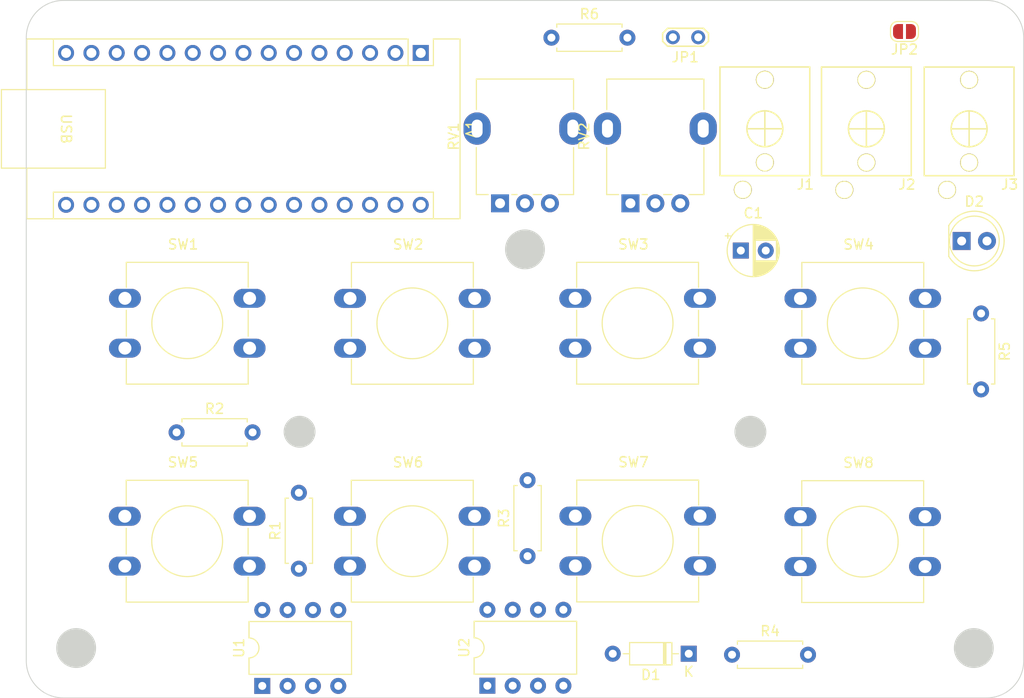
<source format=kicad_pcb>
(kicad_pcb (version 20240108) (generator "pcbnew") (generator_version "8.0")
  (layers (0 "F.Cu" signal) (31 "B.Cu" signal) (34 "B.Paste" user) (35 "F.Paste" user) (36 "B.SilkS" user "B.Silkscreen") (37 "F.SilkS" user "F.Silkscreen") (38 "B.Mask" user) (39 "F.Mask" user) (44 "Edge.Cuts" user))
  (net 0 "")
  (net 1 "SDI")
  (net 2 "RX")
  (net 3 "TX")
  (net 4 "GND")
  (net 5 "SW_7")
  (net 6 "SCK")
  (net 9 "SW_2")
  (net 10 "POT_2")
  (net 11 "SW_6")
  (net 18 "CLOCK_OUT")
  (net 19 "SW_3")
  (net 21 "SW_8")
  (net 22 "+5V")
  (net 23 "SW_1")
  (net 25 "SW_5")
  (net 26 "CS")
  (net 27 "POT_1")
  (net 29 "SW_4")
  (net 30 "Net-(C1-Pad1)")
  (net 31 "Net-(JP1-A)")
  (net 32 "Net-(D1-K)")
  (net 33 "Net-(D1-A)")
  (net 34 "Net-(D2-A)")
  (net 35 "Net-(D2-K)")
  (net 36 "Net-(JP1-B)")
  (net 38 "Net-(JP2-A)")
  (net 39 "Net-(J3-Pad3)")
  (net 40 "OUT")
  (footprint "Button_Switch_THT:SW_PUSH-12mm" (layer "F.Cu") (at 109.89 79.91)
    (property "Reference" "SW1" (at 5.83 -5.41 0) (layer "F.SilkS"))
    (property "Value" "12x12 Tactile")
    (pad "1" thru_hole oval (at 0 0) (size 3.2 1.9) (drill 1.3) (layers "*.Cu" "*.Mask") (net 4 "GND"))
    (pad "1" thru_hole oval (at 12.5 0) (size 3.2 1.9) (drill 1.3) (layers "*.Cu" "*.Mask") (net 4 "GND"))
    (pad "2" thru_hole oval (at 0 5) (size 3.2 1.9) (drill 1.3) (layers "*.Cu" "*.Mask") (net 23 "SW_1"))
    (pad "2" thru_hole oval (at 12.5 5) (size 3.2 1.9) (drill 1.3) (layers "*.Cu" "*.Mask") (net 23 "SW_1"))
  )
  (footprint "Resistor_THT:R_Axial_DIN0207_L6.3mm_D2.5mm_P7.62mm_Horizontal" (layer "F.Cu") (at 115.07 93.36)
    (property "Reference" "R2" (at 3.81 -2.37 0) (layer "F.SilkS"))
    (property "Value" "1K")
    (pad "1" thru_hole circle (at 0 0) (size 1.6 1.6) (drill 0.8) (layers "*.Cu" "*.Mask") (net 4 "GND"))
    (pad "2" thru_hole oval (at 7.62 0) (size 1.6 1.6) (drill 0.8) (layers "*.Cu" "*.Mask") (net 40 "OUT"))
  )
  (footprint "Resistor_THT:R_Axial_DIN0207_L6.3mm_D2.5mm_P7.62mm_Horizontal" (layer "F.Cu") (at 150.26 105.78 90)
    (property "Reference" "R3" (at 3.81 -2.37 90) (layer "F.SilkS"))
    (property "Value" "10K")
    (pad "1" thru_hole circle (at 0 0 90) (size 1.6 1.6) (drill 0.8) (layers "*.Cu" "*.Mask") (net 2 "RX"))
    (pad "2" thru_hole oval (at 7.62 0 90) (size 1.6 1.6) (drill 0.8) (layers "*.Cu" "*.Mask") (net 22 "+5V"))
  )
  (footprint "Jumper:SolderJumper-2_P1.3mm_Open_RoundedPad1.0x1.5mm" (layer "F.Cu") (at 188.05 53.14 180)
    (property "Reference" "JP2" (at 0 -1.8 0) (layer "F.SilkS"))
    (property "Value" "Jumper")
    (pad "1" smd custom (at -0.65 0 180) (size 1 0.5) (layers "F.Cu" "F.Mask") (net 38 "Net-(JP2-A)") (options (clearance outline) (anchor rect)) (primitives (gr_circle (center 0 0.25) (end 0.5 0.25) (width 0) (fill yes)) (gr_circle (center 0 -0.25) (end 0.5 -0.25) (width 0) (fill yes)) (gr_poly (pts (xy 0.5 0.75) (xy 0 0.75) (xy 0 -0.75) (xy 0.5 -0.75)) (width 0) (fill yes))))
    (pad "2" smd custom (at 0.65 0 180) (size 1 0.5) (layers "F.Cu" "F.Mask") (net 4 "GND") (options (clearance outline) (anchor rect)) (primitives (gr_circle (center 0 0.25) (end 0.5 0.25) (width 0) (fill yes)) (gr_circle (center 0 -0.25) (end 0.5 -0.25) (width 0) (fill yes)) (gr_poly (pts (xy 0 0.75) (xy -0.5 0.75) (xy -0.5 -0.75) (xy 0 -0.75)) (width 0) (fill yes))))
  )
  (footprint "Button_Switch_THT:SW_PUSH-12mm" (layer "F.Cu") (at 177.62 79.92)
    (property "Reference" "SW4" (at 5.83 -5.41 0) (layer "F.SilkS"))
    (property "Value" "12x12 Tactile")
    (pad "1" thru_hole oval (at 0 0) (size 3.2 1.9) (drill 1.3) (layers "*.Cu" "*.Mask") (net 4 "GND"))
    (pad "1" thru_hole oval (at 12.5 0) (size 3.2 1.9) (drill 1.3) (layers "*.Cu" "*.Mask") (net 4 "GND"))
    (pad "2" thru_hole oval (at 0 5) (size 3.2 1.9) (drill 1.3) (layers "*.Cu" "*.Mask") (net 29 "SW_4"))
    (pad "2" thru_hole oval (at 12.5 5) (size 3.2 1.9) (drill 1.3) (layers "*.Cu" "*.Mask") (net 29 "SW_4"))
  )
  (footprint "Eurocad:PJ301M-12" (layer "F.Cu") (at 194.53 62.9068)
    (property "Reference" "J3" (at 4.064 5.588 0) (layer "F.SilkS"))
    (property "Value" "PJ301M-12")
    (pad "1" thru_hole circle (at -2.2098 6.1214) (size 1.8 1.8) (drill 1.6) (layers "*.Cu" "*.Mask" "F.SilkS") (net 38 "Net-(JP2-A)"))
    (pad "2" thru_hole circle (at 0 3.38) (size 1.8 1.8) (drill 1.6) (layers "*.Cu" "*.Mask" "F.SilkS") (net 33 "Net-(D1-A)"))
    (pad "3" thru_hole circle (at 0 -4.92) (size 1.8 1.8) (drill 1.6) (layers "*.Cu" "*.Mask" "F.SilkS") (net 39 "Net-(J3-Pad3)"))
  )
  (footprint "Resistor_THT:R_Axial_DIN0207_L6.3mm_D2.5mm_P7.62mm_Horizontal" (layer "F.Cu") (at 127.33 107.04 90)
    (property "Reference" "R1" (at 3.81 -2.37 90) (layer "F.SilkS"))
    (property "Value" "1K")
    (pad "1" thru_hole circle (at 0 0 90) (size 1.6 1.6) (drill 0.8) (layers "*.Cu" "*.Mask") (net 40 "OUT"))
    (pad "2" thru_hole oval (at 7.62 0 90) (size 1.6 1.6) (drill 0.8) (layers "*.Cu" "*.Mask") (net 30 "Net-(C1-Pad1)"))
  )
  (footprint "Resistor_THT:R_Axial_DIN0207_L6.3mm_D2.5mm_P7.62mm_Horizontal" (layer "F.Cu") (at 152.65 53.76)
    (property "Reference" "R6" (at 3.81 -2.37 0) (layer "F.SilkS"))
    (property "Value" "1K")
    (pad "1" thru_hole circle (at 0 0) (size 1.6 1.6) (drill 0.8) (layers "*.Cu" "*.Mask") (net 18 "CLOCK_OUT"))
    (pad "2" thru_hole oval (at 7.62 0) (size 1.6 1.6) (drill 0.8) (layers "*.Cu" "*.Mask") (net 34 "Net-(D2-A)"))
  )
  (footprint "Resistor_THT:R_Axial_DIN0207_L6.3mm_D2.5mm_P7.62mm_Horizontal" (layer "F.Cu") (at 195.73 81.43 -90)
    (property "Reference" "R5" (at 3.81 -2.37 90) (layer "F.SilkS"))
    (property "Value" "1K")
    (pad "1" thru_hole circle (at 0 0 270) (size 1.6 1.6) (drill 0.8) (layers "*.Cu" "*.Mask") (net 35 "Net-(D2-K)"))
    (pad "2" thru_hole oval (at 7.62 0 270) (size 1.6 1.6) (drill 0.8) (layers "*.Cu" "*.Mask") (net 4 "GND"))
  )
  (footprint "LED_THT:LED_D5.0mm" (layer "F.Cu") (at 193.78 74.16)
    (property "Reference" "D2" (at 1.27 -3.96 0) (layer "F.SilkS"))
    (property "Value" "LED")
    (pad "1" thru_hole rect (at 0 0) (size 1.8 1.8) (drill 0.9) (layers "*.Cu" "*.Mask") (net 35 "Net-(D2-K)"))
    (pad "2" thru_hole circle (at 2.54 0) (size 1.8 1.8) (drill 0.9) (layers "*.Cu" "*.Mask") (net 34 "Net-(D2-A)"))
  )
  (footprint "Button_Switch_THT:SW_PUSH-12mm" (layer "F.Cu") (at 132.46 79.92)
    (property "Reference" "SW2" (at 5.83 -5.41 0) (layer "F.SilkS"))
    (property "Value" "12x12 Tactile")
    (pad "1" thru_hole oval (at 0 0) (size 3.2 1.9) (drill 1.3) (layers "*.Cu" "*.Mask") (net 4 "GND"))
    (pad "1" thru_hole oval (at 12.5 0) (size 3.2 1.9) (drill 1.3) (layers "*.Cu" "*.Mask") (net 4 "GND"))
    (pad "2" thru_hole oval (at 0 5) (size 3.2 1.9) (drill 1.3) (layers "*.Cu" "*.Mask") (net 9 "SW_2"))
    (pad "2" thru_hole oval (at 12.5 5) (size 3.2 1.9) (drill 1.3) (layers "*.Cu" "*.Mask") (net 9 "SW_2"))
  )
  (footprint "Potentiometer_THT:Potentiometer_Alpha_RD901F-40-00D_Single_Vertical" (layer "F.Cu") (at 160.57 70.38 90)
    (property "Reference" "RV2" (at 6.71 -4.64 90) (layer "F.SilkS"))
    (property "Value" "B100K")
    (pad "" thru_hole oval (at 7.5 -2.3 180) (size 2.72 3.24) (drill oval 1.1 1.8) (layers "*.Cu" "*.Mask"))
    (pad "" thru_hole oval (at 7.5 7.3 180) (size 2.72 3.24) (drill oval 1.1 1.8) (layers "*.Cu" "*.Mask"))
    (pad "1" thru_hole rect (at 0 0 180) (size 1.8 1.8) (drill 1) (layers "*.Cu" "*.Mask") (net 4 "GND"))
    (pad "2" thru_hole circle (at 0 2.5 180) (size 1.8 1.8) (drill 1) (layers "*.Cu" "*.Mask") (net 10 "POT_2"))
    (pad "3" thru_hole circle (at 0 5 180) (size 1.8 1.8) (drill 1) (layers "*.Cu" "*.Mask") (net 22 "+5V"))
  )
  (footprint "Package_DIP:DIP-8_W7.62mm" (layer "F.Cu") (at 146.23 118.78 90)
    (property "Reference" "U2" (at 3.81 -2.33 90) (layer "F.SilkS"))
    (property "Value" "6N137")
    (pad "1" thru_hole rect (at 0 0 90) (size 1.6 1.6) (drill 0.8) (layers "*.Cu" "*.Mask"))
    (pad "2" thru_hole oval (at 0 2.54 90) (size 1.6 1.6) (drill 0.8) (layers "*.Cu" "*.Mask") (net 32 "Net-(D1-K)"))
    (pad "3" thru_hole oval (at 0 5.08 90) (size 1.6 1.6) (drill 0.8) (layers "*.Cu" "*.Mask") (net 33 "Net-(D1-A)"))
    (pad "4" thru_hole oval (at 0 7.62 90) (size 1.6 1.6) (drill 0.8) (layers "*.Cu" "*.Mask"))
    (pad "5" thru_hole oval (at 7.62 7.62 90) (size 1.6 1.6) (drill 0.8) (layers "*.Cu" "*.Mask") (net 4 "GND"))
    (pad "6" thru_hole oval (at 7.62 5.08 90) (size 1.6 1.6) (drill 0.8) (layers "*.Cu" "*.Mask") (net 2 "RX"))
    (pad "7" thru_hole oval (at 7.62 2.54 90) (size 1.6 1.6) (drill 0.8) (layers "*.Cu" "*.Mask") (net 22 "+5V"))
    (pad "8" thru_hole oval (at 7.62 0 90) (size 1.6 1.6) (drill 0.8) (layers "*.Cu" "*.Mask") (net 22 "+5V"))
  )
  (footprint "Potentiometer_THT:Potentiometer_Alpha_RD901F-40-00D_Single_Vertical" (layer "F.Cu") (at 147.5 70.38 90)
    (property "Reference" "RV1" (at 6.71 -4.64 90) (layer "F.SilkS"))
    (property "Value" "B100K")
    (pad "" thru_hole oval (at 7.5 -2.3 180) (size 2.72 3.24) (drill oval 1.1 1.8) (layers "*.Cu" "*.Mask"))
    (pad "" thru_hole oval (at 7.5 7.3 180) (size 2.72 3.24) (drill oval 1.1 1.8) (layers "*.Cu" "*.Mask"))
    (pad "1" thru_hole rect (at 0 0 180) (size 1.8 1.8) (drill 1) (layers "*.Cu" "*.Mask") (net 4 "GND"))
    (pad "2" thru_hole circle (at 0 2.5 180) (size 1.8 1.8) (drill 1) (layers "*.Cu" "*.Mask") (net 27 "POT_1"))
    (pad "3" thru_hole circle (at 0 5 180) (size 1.8 1.8) (drill 1) (layers "*.Cu" "*.Mask") (net 22 "+5V"))
  )
  (footprint "Eurocad:PJ301M-12" (layer "F.Cu") (at 174.05 62.9)
    (property "Reference" "J1" (at 4.064 5.588 0) (layer "F.SilkS"))
    (property "Value" "PJ301M-12")
    (pad "1" thru_hole circle (at -2.2098 6.1214) (size 1.8 1.8) (drill 1.6) (layers "*.Cu" "*.Mask" "F.SilkS") (net 4 "GND"))
    (pad "2" thru_hole circle (at 0 3.38) (size 1.8 1.8) (drill 1.6) (layers "*.Cu" "*.Mask" "F.SilkS") (net 36 "Net-(JP1-B)"))
    (pad "3" thru_hole circle (at 0 -4.92) (size 1.8 1.8) (drill 1.6) (layers "*.Cu" "*.Mask" "F.SilkS") (net 31 "Net-(JP1-A)"))
  )
  (footprint "Button_Switch_THT:SW_PUSH-12mm" (layer "F.Cu") (at 132.45 101.78)
    (property "Reference" "SW6" (at 5.83 -5.41 0) (layer "F.SilkS"))
    (property "Value" "12x12 Tactile")
    (pad "1" thru_hole oval (at 0 0) (size 3.2 1.9) (drill 1.3) (layers "*.Cu" "*.Mask") (net 4 "GND"))
    (pad "1" thru_hole oval (at 12.5 0) (size 3.2 1.9) (drill 1.3) (layers "*.Cu" "*.Mask") (net 4 "GND"))
    (pad "2" thru_hole oval (at 0 5) (size 3.2 1.9) (drill 1.3) (layers "*.Cu" "*.Mask") (net 11 "SW_6"))
    (pad "2" thru_hole oval (at 12.5 5) (size 3.2 1.9) (drill 1.3) (layers "*.Cu" "*.Mask") (net 11 "SW_6"))
  )
  (footprint "Diode_THT:D_DO-35_SOD27_P7.62mm_Horizontal" (layer "F.Cu") (at 166.42 115.57 180)
    (property "Reference" "D1" (at 3.81 -2.12 0) (layer "F.SilkS"))
    (property "Value" "1N4148")
    (fp_text user "K" (at 0 -1.8 0) (layer "F.SilkS"))
    (pad "1" thru_hole rect (at 0 0 180) (size 1.6 1.6) (drill 0.8) (layers "*.Cu" "*.Mask") (net 32 "Net-(D1-K)"))
    (pad "2" thru_hole oval (at 7.62 0 180) (size 1.6 1.6) (drill 0.8) (layers "*.Cu" "*.Mask") (net 33 "Net-(D1-A)"))
  )
  (footprint "Eurocad:PJ301M-12" (layer "F.Cu") (at 184.23 62.9068)
    (property "Reference" "J2" (at 4.064 5.588 0) (layer "F.SilkS"))
    (property "Value" "PJ301M-12")
    (pad "1" thru_hole circle (at -2.2098 6.1214) (size 1.8 1.8) (drill 1.6) (layers "*.Cu" "*.Mask" "F.SilkS") (net 4 "GND"))
    (pad "2" thru_hole circle (at 0 3.38) (size 1.8 1.8) (drill 1.6) (layers "*.Cu" "*.Mask" "F.SilkS"))
    (pad "3" thru_hole circle (at 0 -4.92) (size 1.8 1.8) (drill 1.6) (layers "*.Cu" "*.Mask" "F.SilkS") (net 34 "Net-(D2-A)"))
  )
  (footprint "Resistor_THT:R_Axial_DIN0207_L6.3mm_D2.5mm_P7.62mm_Horizontal" (layer "F.Cu") (at 170.76 115.67)
    (property "Reference" "R4" (at 3.81 -2.37 0) (layer "F.SilkS"))
    (property "Value" "220R")
    (pad "1" thru_hole circle (at 0 0) (size 1.6 1.6) (drill 0.8) (layers "*.Cu" "*.Mask") (net 32 "Net-(D1-K)"))
    (pad "2" thru_hole oval (at 7.62 0) (size 1.6 1.6) (drill 0.8) (layers "*.Cu" "*.Mask") (net 39 "Net-(J3-Pad3)"))
  )
  (footprint "Button_Switch_THT:SW_PUSH-12mm" (layer "F.Cu") (at 109.88 101.78)
    (property "Reference" "SW5" (at 5.83 -5.41 0) (layer "F.SilkS"))
    (property "Value" "12x12 Tactile")
    (pad "1" thru_hole oval (at 0 0) (size 3.2 1.9) (drill 1.3) (layers "*.Cu" "*.Mask") (net 4 "GND"))
    (pad "1" thru_hole oval (at 12.5 0) (size 3.2 1.9) (drill 1.3) (layers "*.Cu" "*.Mask") (net 4 "GND"))
    (pad "2" thru_hole oval (at 0 5) (size 3.2 1.9) (drill 1.3) (layers "*.Cu" "*.Mask") (net 25 "SW_5"))
    (pad "2" thru_hole oval (at 12.5 5) (size 3.2 1.9) (drill 1.3) (layers "*.Cu" "*.Mask") (net 25 "SW_5"))
  )
  (footprint "Package_DIP:DIP-8_W7.62mm" (layer "F.Cu") (at 123.66 118.8 90)
    (property "Reference" "U1" (at 3.81 -2.33 90) (layer "F.SilkS"))
    (property "Value" "MCP4901")
    (pad "1" thru_hole rect (at 0 0 90) (size 1.6 1.6) (drill 0.8) (layers "*.Cu" "*.Mask") (net 22 "+5V"))
    (pad "2" thru_hole oval (at 0 2.54 90) (size 1.6 1.6) (drill 0.8) (layers "*.Cu" "*.Mask") (net 26 "CS"))
    (pad "3" thru_hole oval (at 0 5.08 90) (size 1.6 1.6) (drill 0.8) (layers "*.Cu" "*.Mask") (net 6 "SCK"))
    (pad "4" thru_hole oval (at 0 7.62 90) (size 1.6 1.6) (drill 0.8) (layers "*.Cu" "*.Mask") (net 1 "SDI"))
    (pad "5" thru_hole oval (at 7.62 7.62 90) (size 1.6 1.6) (drill 0.8) (layers "*.Cu" "*.Mask") (net 4 "GND"))
    (pad "6" thru_hole oval (at 7.62 5.08 90) (size 1.6 1.6) (drill 0.8) (layers "*.Cu" "*.Mask") (net 22 "+5V"))
    (pad "7" thru_hole oval (at 7.62 2.54 90) (size 1.6 1.6) (drill 0.8) (layers "*.Cu" "*.Mask") (net 4 "GND"))
    (pad "8" thru_hole oval (at 7.62 0 90) (size 1.6 1.6) (drill 0.8) (layers "*.Cu" "*.Mask") (net 40 "OUT"))
  )
  (footprint "Capacitor_THT:CP_Radial_D5.0mm_P2.50mm" (layer "F.Cu") (at 171.64 75.12)
    (property "Reference" "C1" (at 1.25 -3.75 0) (layer "F.SilkS"))
    (property "Value" "10u")
    (pad "1" thru_hole rect (at 0 0) (size 1.6 1.6) (drill 0.8) (layers "*.Cu" "*.Mask") (net 30 "Net-(C1-Pad1)"))
    (pad "2" thru_hole circle (at 2.5 0) (size 1.6 1.6) (drill 0.8) (layers "*.Cu" "*.Mask") (net 31 "Net-(JP1-A)"))
  )
  (footprint "Button_Switch_THT:SW_PUSH-12mm" (layer "F.Cu") (at 177.61 101.82)
    (property "Reference" "SW8" (at 5.83 -5.41 0) (layer "F.SilkS"))
    (property "Value" "12x12 Tactile")
    (pad "1" thru_hole oval (at 0 0) (size 3.2 1.9) (drill 1.3) (layers "*.Cu" "*.Mask") (net 4 "GND"))
    (pad "1" thru_hole oval (at 12.5 0) (size 3.2 1.9) (drill 1.3) (layers "*.Cu" "*.Mask") (net 4 "GND"))
    (pad "2" thru_hole oval (at 0 5) (size 3.2 1.9) (drill 1.3) (layers "*.Cu" "*.Mask") (net 21 "SW_8"))
    (pad "2" thru_hole oval (at 12.5 5) (size 3.2 1.9) (drill 1.3) (layers "*.Cu" "*.Mask") (net 21 "SW_8"))
  )
  (footprint "TestPoint:TestPoint_2Pads_Pitch2.54mm_Drill0.8mm" (layer "F.Cu") (at 167.37 53.72 180)
    (property "Reference" "JP1" (at 1.3 -2 0) (layer "F.SilkS"))
    (property "Value" "Jumper")
    (pad "1" thru_hole circle (at 0 0 180) (size 1.4 1.4) (drill 0.8) (layers "*.Cu" "*.Mask") (net 31 "Net-(JP1-A)"))
    (pad "2" thru_hole circle (at 2.54 0 180) (size 1.4 1.4) (drill 0.8) (layers "*.Cu" "*.Mask") (net 36 "Net-(JP1-B)"))
  )
  (footprint "Button_Switch_THT:SW_PUSH-12mm" (layer "F.Cu") (at 155.05 101.76)
    (property "Reference" "SW7" (at 5.83 -5.41 0) (layer "F.SilkS"))
    (property "Value" "12x12 Tactile")
    (pad "1" thru_hole oval (at 0 0) (size 3.2 1.9) (drill 1.3) (layers "*.Cu" "*.Mask") (net 4 "GND"))
    (pad "1" thru_hole oval (at 12.5 0) (size 3.2 1.9) (drill 1.3) (layers "*.Cu" "*.Mask") (net 4 "GND"))
    (pad "2" thru_hole oval (at 0 5) (size 3.2 1.9) (drill 1.3) (layers "*.Cu" "*.Mask") (net 5 "SW_7"))
    (pad "2" thru_hole oval (at 12.5 5) (size 3.2 1.9) (drill 1.3) (layers "*.Cu" "*.Mask") (net 5 "SW_7"))
  )
  (footprint "Button_Switch_THT:SW_PUSH-12mm" (layer "F.Cu") (at 155.04 79.91)
    (property "Reference" "SW3" (at 5.83 -5.41 0) (layer "F.SilkS"))
    (property "Value" "12x12 Tactile")
    (pad "1" thru_hole oval (at 0 0) (size 3.2 1.9) (drill 1.3) (layers "*.Cu" "*.Mask") (net 4 "GND"))
    (pad "1" thru_hole oval (at 12.5 0) (size 3.2 1.9) (drill 1.3) (layers "*.Cu" "*.Mask") (net 4 "GND"))
    (pad "2" thru_hole oval (at 0 5) (size 3.2 1.9) (drill 1.3) (layers "*.Cu" "*.Mask") (net 19 "SW_3"))
    (pad "2" thru_hole oval (at 12.5 5) (size 3.2 1.9) (drill 1.3) (layers "*.Cu" "*.Mask") (net 19 "SW_3"))
  )
  (footprint "Module:Arduino_Nano" (layer "F.Cu") (at 139.55 55.29 -90)
    (property "Reference" "A1" (at 7.62 -5.08 90) (layer "F.SilkS"))
    (property "Value" "Arduino_Nano_v3.x")
    (fp_text user "USB" (at 7.62 35.56 -90) (layer "F.SilkS"))
    (pad "1" thru_hole rect (at 0 0 270) (size 1.6 1.6) (drill 1) (layers "*.Cu" "*.Mask") (net 3 "TX"))
    (pad "2" thru_hole oval (at 0 2.54 270) (size 1.6 1.6) (drill 1) (layers "*.Cu" "*.Mask") (net 2 "RX"))
    (pad "3" thru_hole oval (at 0 5.08 270) (size 1.6 1.6) (drill 1) (layers "*.Cu" "*.Mask"))
    (pad "4" thru_hole oval (at 0 7.62 270) (size 1.6 1.6) (drill 1) (layers "*.Cu" "*.Mask") (net 4 "GND"))
    (pad "5" thru_hole oval (at 0 10.16 270) (size 1.6 1.6) (drill 1) (layers "*.Cu" "*.Mask") (net 19 "SW_3"))
    (pad "6" thru_hole oval (at 0 12.7 270) (size 1.6 1.6) (drill 1) (layers "*.Cu" "*.Mask") (net 25 "SW_5"))
    (pad "7" thru_hole oval (at 0 15.24 270) (size 1.6 1.6) (drill 1) (layers "*.Cu" "*.Mask") (net 9 "SW_2"))
    (pad "8" thru_hole oval (at 0 17.78 270) (size 1.6 1.6) (drill 1) (layers "*.Cu" "*.Mask"))
    (pad "9" thru_hole oval (at 0 20.32 270) (size 1.6 1.6) (drill 1) (layers "*.Cu" "*.Mask"))
    (pad "10" thru_hole oval (at 0 22.86 270) (size 1.6 1.6) (drill 1) (layers "*.Cu" "*.Mask") (net 23 "SW_1"))
    (pad "11" thru_hole oval (at 0 25.4 270) (size 1.6 1.6) (drill 1) (layers "*.Cu" "*.Mask") (net 11 "SW_6"))
    (pad "12" thru_hole oval (at 0 27.94 270) (size 1.6 1.6) (drill 1) (layers "*.Cu" "*.Mask"))
    (pad "13" thru_hole oval (at 0 30.48 270) (size 1.6 1.6) (drill 1) (layers "*.Cu" "*.Mask") (net 26 "CS"))
    (pad "14" thru_hole oval (at 0 33.02 270) (size 1.6 1.6) (drill 1) (layers "*.Cu" "*.Mask") (net 1 "SDI"))
    (pad "15" thru_hole oval (at 0 35.56 270) (size 1.6 1.6) (drill 1) (layers "*.Cu" "*.Mask") (net 18 "CLOCK_OUT"))
    (pad "16" thru_hole oval (at 15.24 35.56 270) (size 1.6 1.6) (drill 1) (layers "*.Cu" "*.Mask") (net 6 "SCK"))
    (pad "17" thru_hole oval (at 15.24 33.02 270) (size 1.6 1.6) (drill 1) (layers "*.Cu" "*.Mask"))
    (pad "18" thru_hole oval (at 15.24 30.48 270) (size 1.6 1.6) (drill 1) (layers "*.Cu" "*.Mask"))
    (pad "19" thru_hole oval (at 15.24 27.94 270) (size 1.6 1.6) (drill 1) (layers "*.Cu" "*.Mask") (net 27 "POT_1"))
    (pad "20" thru_hole oval (at 15.24 25.4 270) (size 1.6 1.6) (drill 1) (layers "*.Cu" "*.Mask") (net 10 "POT_2"))
    (pad "21" thru_hole oval (at 15.24 22.86 270) (size 1.6 1.6) (drill 1) (layers "*.Cu" "*.Mask"))
    (pad "22" thru_hole oval (at 15.24 20.32 270) (size 1.6 1.6) (drill 1) (layers "*.Cu" "*.Mask") (net 21 "SW_8"))
    (pad "23" thru_hole oval (at 15.24 17.78 270) (size 1.6 1.6) (drill 1) (layers "*.Cu" "*.Mask") (net 5 "SW_7"))
    (pad "24" thru_hole oval (at 15.24 15.24 270) (size 1.6 1.6) (drill 1) (layers "*.Cu" "*.Mask") (net 29 "SW_4"))
    (pad "25" thru_hole oval (at 15.24 12.7 270) (size 1.6 1.6) (drill 1) (layers "*.Cu" "*.Mask"))
    (pad "26" thru_hole oval (at 15.24 10.16 270) (size 1.6 1.6) (drill 1) (layers "*.Cu" "*.Mask"))
    (pad "27" thru_hole oval (at 15.24 7.62 270) (size 1.6 1.6) (drill 1) (layers "*.Cu" "*.Mask") (net 22 "+5V"))
    (pad "28" thru_hole oval (at 15.24 5.08 270) (size 1.6 1.6) (drill 1) (layers "*.Cu" "*.Mask"))
    (pad "29" thru_hole oval (at 15.24 2.54 270) (size 1.6 1.6) (drill 1) (layers "*.Cu" "*.Mask") (net 4 "GND"))
    (pad "30" thru_hole oval (at 15.24 0 270) (size 1.6 1.6) (drill 1) (layers "*.Cu" "*.Mask"))
  )
  (gr_poly (pts (xy 105.102642 113.00256) (xy 105.204209 113.010284) (xy 105.3043 113.023002) (xy 105.402789 113.04059) (xy 105.499549 113.062923) (xy 105.594455 113.089873) (xy 105.687382 113.121316) (xy 105.778204 113.157126) (xy 105.866796 113.197178) (xy 105.95303 113.241345) (xy 106.036783 113.289502) (xy 106.117928 113.341523) (xy 106.19634 113.397283) (xy 106.271892 113.456656) (xy 106.34446 113.519516) (xy 106.413918 113.585738) (xy 106.48014 113.655196) (xy 106.542999 113.727765) (xy 106.602372 113.803318) (xy 106.658132 113.88173) (xy 106.710152 113.962875) (xy 106.758309 114.046628) (xy 106.802476 114.132864) (xy 106.842527 114.221455) (xy 106.878336 114.312278) (xy 106.909779 114.405205) (xy 106.936729 114.500112) (xy 106.959061 114.596873) (xy 106.976649 114.695361) (xy 106.989368 114.795452) (xy 106.997091 114.89702) (xy 106.999693 114.999939) (xy 106.997091 115.102857) (xy 106.989368 115.204424) (xy 106.976649 115.304515) (xy 106.959061 115.403003) (xy 106.936729 115.499763) (xy 106.909779 115.594669) (xy 106.878336 115.687596) (xy 106.842527 115.778418) (xy 106.802476 115.867009) (xy 106.758309 115.953243) (xy 106.710152 116.036996) (xy 106.658132 116.118141) (xy 106.602372 116.196553) (xy 106.542999 116.272106) (xy 106.48014 116.344674) (xy 106.413918 116.414131) (xy 106.34446 116.480353) (xy 106.271892 116.543213) (xy 106.19634 116.602586) (xy 106.117928 116.658345) (xy 106.036783 116.710366) (xy 105.95303 116.758523) (xy 105.866796 116.80269) (xy 105.778204 116.842741) (xy 105.687382 116.878551) (xy 105.594455 116.909994) (xy 105.499549 116.936944) (xy 105.402789 116.959276) (xy 105.3043 116.976864) (xy 105.204209 116.989583) (xy 105.102642 116.997306) (xy 104.999723 116.999908) (xy 104.896804 116.997306) (xy 104.795236 116.989583) (xy 104.695146 116.976864) (xy 104.596657 116.959276) (xy 104.499897 116.936944) (xy 104.40499 116.909994) (xy 104.312063 116.878551) (xy 104.221241 116.842741) (xy 104.132649 116.80269) (xy 104.046414 116.758523) (xy 103.962661 116.710366) (xy 103.881516 116.658345) (xy 103.803104 116.602586) (xy 103.727552 116.543213) (xy 103.654983 116.480353) (xy 103.585526 116.414131) (xy 103.519304 116.344674) (xy 103.456444 116.272106) (xy 103.397071 116.196553) (xy 103.341311 116.118141) (xy 103.28929 116.036996) (xy 103.241133 115.953243) (xy 103.196967 115.867009) (xy 103.156915 115.778418) (xy 103.121105 115.687596) (xy 103.089663 115.594669) (xy 103.062712 115.499763) (xy 103.04038 115.403003) (xy 103.022792 115.304515) (xy 103.010074 115.204424) (xy 103.00235 115.102857) (xy 102.999748 114.999939) (xy 103.00235 114.89702) (xy 103.010074 114.795452) (xy 103.022792 114.695361) (xy 103.04038 114.596873) (xy 103.062712 114.500112) (xy 103.089663 114.405205) (xy 103.121105 114.312278) (xy 103.156915 114.221455) (xy 103.196967 114.132864) (xy 103.241133 114.046628) (xy 103.28929 113.962875) (xy 103.341311 113.88173) (xy 103.397071 113.803318) (xy 103.456444 113.727765) (xy 103.519304 113.655196) (xy 103.585526 113.585738) (xy 103.654983 113.519516) (xy 103.727552 113.456656) (xy 103.803104 113.397283) (xy 103.881516 113.341523) (xy 103.962661 113.289502) (xy 104.046414 113.241345) (xy 104.132649 113.197178) (xy 104.221241 113.157126) (xy 104.312063 113.121316) (xy 104.40499 113.089873) (xy 104.499897 113.062923) (xy 104.596657 113.04059) (xy 104.695146 113.023002) (xy 104.795236 113.010284) (xy 104.896804 113.00256) (xy 104.999723 112.999958)) (stroke (width -0.000001)) (fill solid) (layer "Edge.Cuts"))
  (gr_poly (pts (xy 196.474756 50.030428) (xy 196.663345 50.044792) (xy 196.84921 50.068444) (xy 197.032114 50.101152) (xy 197.211825 50.14268) (xy 197.388107 50.192794) (xy 197.560726 50.25126) (xy 197.729447 50.317844) (xy 197.894037 50.392311) (xy 198.05426 50.474427) (xy 198.209882 50.563958) (xy 198.360669 50.660669) (xy 198.506386 50.764326) (xy 198.646799 50.874695) (xy 198.781673 50.991541) (xy 198.910773 51.114631) (xy 199.033866 51.243729) (xy 199.150717 51.378602) (xy 199.261091 51.519015) (xy 199.364754 51.664733) (xy 199.461471 51.815524) (xy 199.551009 51.971151) (xy 199.633131 52.131382) (xy 199.707605 52.295981) (xy 199.774195 52.464714) (xy 199.832667 52.637347) (xy 199.882787 52.813646) (xy 199.92432 52.993377) (xy 199.957032 53.176304) (xy 199.980687 53.362194) (xy 199.995053 53.550812) (xy 199.999893 53.741925) (xy 199.999893 116.283485) (xy 199.995053 116.474613) (xy 199.980687 116.663245) (xy 199.957032 116.849147) (xy 199.92432 117.032084) (xy 199.882787 117.211822) (xy 199.832667 117.388128) (xy 199.774195 117.560766) (xy 199.707605 117.729503) (xy 199.633131 117.894104) (xy 199.551009 118.054336) (xy 199.461471 118.209963) (xy 199.364754 118.360752) (xy 199.261091 118.506469) (xy 199.150717 118.646879) (xy 199.033866 118.781749) (xy 198.910773 118.910843) (xy 198.781673 119.033928) (xy 198.646799 119.150769) (xy 198.506386 119.261133) (xy 198.360669 119.364784) (xy 198.209882 119.46149) (xy 198.05426 119.551015) (xy 197.894037 119.633125) (xy 197.729447 119.707587) (xy 197.560726 119.774166) (xy 197.388107 119.832627) (xy 197.211825 119.882737) (xy 197.032114 119.924261) (xy 196.84921 119.956965) (xy 196.663345 119.980616) (xy 196.474756 119.994978) (xy 196.283676 119.999817) (xy 103.716013 119.999817) (xy 103.524932 119.994978) (xy 103.336342 119.980616) (xy 103.150478 119.956965) (xy 102.967573 119.924261) (xy 102.787862 119.882737) (xy 102.611579 119.832627) (xy 102.43896 119.774166) (xy 102.270239 119.707587) (xy 102.105649 119.633125) (xy 101.945426 119.551015) (xy 101.789803 119.46149) (xy 101.639017 119.364784) (xy 101.4933 119.261133) (xy 101.352887 119.150769) (xy 101.218013 119.033928) (xy 101.088913 118.910843) (xy 100.96582 118.781749) (xy 100.848969 118.646879) (xy 100.738595 118.506469) (xy 100.634933 118.360752) (xy 100.538216 118.209963) (xy 100.448679 118.054336) (xy 100.366556 117.894104) (xy 100.292083 117.729503) (xy 100.225493 117.560766) (xy 100.167021 117.388128) (xy 100.116901 117.211822) (xy 100.075368 117.032084) (xy 100.042657 116.849147) (xy 100.019001 116.663245) (xy 100.004636 116.474613) (xy 99.999796 116.283485) (xy 99.999796 53.741925) (xy 100.004636 53.550812) (xy 100.019001 53.362194) (xy 100.042657 53.176304) (xy 100.075368 52.993377) (xy 100.116901 52.813646) (xy 100.167021 52.637347) (xy 100.225493 52.464714) (xy 100.292083 52.295981) (xy 100.366556 52.131382) (xy 100.448679 51.971151) (xy 100.538216 51.815524) (xy 100.634933 51.664733) (xy 100.738595 51.519015) (xy 100.848969 51.378602) (xy 100.96582 51.243729) (xy 101.088913 51.114631) (xy 101.218013 50.991541) (xy 101.352887 50.874695) (xy 101.4933 50.764326) (xy 101.639017 50.660669) (xy 101.789803 50.563958) (xy 101.945426 50.474427) (xy 102.105649 50.392311) (xy 102.270239 50.317844) (xy 102.43896 50.25126) (xy 102.611579 50.192794) (xy 102.787862 50.14268) (xy 102.967573 50.101152) (xy 103.150478 50.068444) (xy 103.336342 50.044792) (xy 103.524932 50.030428) (xy 103.716013 50.025589) (xy 196.283676 50.025589)) (stroke (width 0.091189)) (fill none) (layer "Edge.Cuts"))
  (gr_poly (pts (xy 127.482205 91.701999) (xy 127.563459 91.708177) (xy 127.643532 91.718352) (xy 127.722323 91.732423) (xy 127.799731 91.750289) (xy 127.875657 91.771849) (xy 127.949998 91.797004) (xy 128.022656 91.825652) (xy 128.09353 91.857693) (xy 128.162518 91.893027) (xy 128.22952 91.931552) (xy 128.294436 91.97317) (xy 128.357166 92.017778) (xy 128.417608 92.065276) (xy 128.475663 92.115565) (xy 128.531229 92.168542) (xy 128.584207 92.224109) (xy 128.634495 92.282164) (xy 128.681994 92.342606) (xy 128.726602 92.405336) (xy 128.768219 92.470253) (xy 128.806744 92.537255) (xy 128.842078 92.606244) (xy 128.874119 92.677117) (xy 128.902767 92.749775) (xy 128.927921 92.824117) (xy 128.949482 92.900042) (xy 128.967347 92.977451) (xy 128.981418 93.056242) (xy 128.991593 93.136315) (xy 128.997771 93.217569) (xy 128.999853 93.299904) (xy 128.997771 93.382239) (xy 128.991593 93.463492) (xy 128.981418 93.543565) (xy 128.967347 93.622356) (xy 128.949482 93.699764) (xy 128.927921 93.775689) (xy 128.902767 93.850031) (xy 128.874119 93.922689) (xy 128.842078 93.993562) (xy 128.806744 94.06255) (xy 128.768219 94.129552) (xy 128.726602 94.194469) (xy 128.681994 94.257198) (xy 128.634495 94.317641) (xy 128.584207 94.375696) (xy 128.531229 94.431262) (xy 128.475663 94.48424) (xy 128.417608 94.534528) (xy 128.357166 94.582026) (xy 128.294436 94.626634) (xy 128.22952 94.668252) (xy 128.162518 94.706777) (xy 128.09353 94.742111) (xy 128.022656 94.774152) (xy 127.949998 94.8028) (xy 127.875657 94.827955) (xy 127.799731 94.849515) (xy 127.722323 94.867381) (xy 127.643532 94.881452) (xy 127.563459 94.891627) (xy 127.482205 94.897805) (xy 127.39987 94.899887) (xy 127.317535 94.897805) (xy 127.236281 94.891627) (xy 127.156208 94.881452) (xy 127.077418 94.867381) (xy 127.000009 94.849515) (xy 126.924084 94.827955) (xy 126.849742 94.8028) (xy 126.777084 94.774152) (xy 126.706211 94.742111) (xy 126.637223 94.706777) (xy 126.570221 94.668252) (xy 126.505304 94.626634) (xy 126.442575 94.582026) (xy 126.382132 94.534528) (xy 126.324077 94.48424) (xy 126.268511 94.431262) (xy 126.215533 94.375696) (xy 126.165245 94.317641) (xy 126.117747 94.257198) (xy 126.073139 94.194469) (xy 126.031522 94.129552) (xy 125.992996 94.06255) (xy 125.957662 93.993562) (xy 125.925621 93.922689) (xy 125.896973 93.850031) (xy 125.871819 93.775689) (xy 125.850258 93.699764) (xy 125.832393 93.622356) (xy 125.818322 93.543565) (xy 125.808147 93.463492) (xy 125.801969 93.382239) (xy 125.799887 93.299904) (xy 125.801969 93.217569) (xy 125.808147 93.136315) (xy 125.818322 93.056242) (xy 125.832393 92.977451) (xy 125.850258 92.900042) (xy 125.871819 92.824117) (xy 125.896973 92.749775) (xy 125.925621 92.677117) (xy 125.957662 92.606244) (xy 125.992996 92.537255) (xy 126.031522 92.470253) (xy 126.073139 92.405336) (xy 126.117747 92.342606) (xy 126.165245 92.282164) (xy 126.215533 92.224109) (xy 126.268511 92.168542) (xy 126.324077 92.115565) (xy 126.382132 92.065276) (xy 126.442575 92.017778) (xy 126.505304 91.97317) (xy 126.570221 91.931552) (xy 126.637223 91.893027) (xy 126.706211 91.857693) (xy 126.777084 91.825652) (xy 126.849742 91.797004) (xy 126.924084 91.771849) (xy 127.000009 91.750289) (xy 127.077418 91.732423) (xy 127.156208 91.718352) (xy 127.236281 91.708177) (xy 127.317535 91.701999) (xy 127.39987 91.699917)) (stroke (width -0.000001)) (fill solid) (layer "Edge.Cuts"))
  (gr_poly (pts (xy 172.681983 91.701999) (xy 172.763237 91.708177) (xy 172.84331 91.718352) (xy 172.922101 91.732423) (xy 172.99951 91.750289) (xy 173.075436 91.771849) (xy 173.149778 91.797004) (xy 173.222435 91.825652) (xy 173.293309 91.857693) (xy 173.362297 91.893027) (xy 173.429299 91.931552) (xy 173.494216 91.97317) (xy 173.556945 92.017778) (xy 173.617388 92.065276) (xy 173.675442 92.115565) (xy 173.731009 92.168542) (xy 173.783986 92.224109) (xy 173.834274 92.282164) (xy 173.881772 92.342606) (xy 173.92638 92.405336) (xy 173.967997 92.470253) (xy 174.006522 92.537255) (xy 174.041856 92.606244) (xy 174.073897 92.677117) (xy 174.102545 92.749775) (xy 174.127699 92.824117) (xy 174.149259 92.900042) (xy 174.167125 92.977451) (xy 174.181195 93.056242) (xy 174.19137 93.136315) (xy 174.197549 93.217569) (xy 174.199631 93.299904) (xy 174.197549 93.382239) (xy 174.19137 93.463492) (xy 174.181195 93.543565) (xy 174.167125 93.622356) (xy 174.149259 93.699764) (xy 174.127699 93.775689) (xy 174.102545 93.850031) (xy 174.073897 93.922689) (xy 174.041856 93.993562) (xy 174.006522 94.06255) (xy 173.967997 94.129552) (xy 173.92638 94.194469) (xy 173.881772 94.257198) (xy 173.834274 94.317641) (xy 173.783986 94.375696) (xy 173.731009 94.431262) (xy 173.675442 94.48424) (xy 173.617388 94.534528) (xy 173.556945 94.582026) (xy 173.494216 94.626634) (xy 173.429299 94.668252) (xy 173.362297 94.706777) (xy 173.293309 94.742111) (xy 173.222435 94.774152) (xy 173.149778 94.8028) (xy 173.075436 94.827955) (xy 172.99951 94.849515) (xy 172.922101 94.867381) (xy 172.84331 94.881452) (xy 172.763237 94.891627) (xy 172.681983 94.897805) (xy 172.599648 94.899887) (xy 172.517313 94.897805) (xy 172.43606 94.891627) (xy 172.355988 94.881452) (xy 172.277198 94.867381) (xy 172.19979 94.849515) (xy 172.123865 94.827955) (xy 172.049524 94.8028) (xy 171.976866 94.774152) (xy 171.905993 94.742111) (xy 171.837005 94.706777) (xy 171.770002 94.668252) (xy 171.705086 94.626634) (xy 171.642356 94.582026) (xy 171.581914 94.534528) (xy 171.523859 94.48424) (xy 171.468292 94.431262) (xy 171.415314 94.375696) (xy 171.365026 94.317641) (xy 171.317527 94.257198) (xy 171.272919 94.194469) (xy 171.231302 94.129552) (xy 171.192776 94.06255) (xy 171.157442 93.993562) (xy 171.1254 93.922689) (xy 171.096752 93.850031) (xy 171.071597 93.775689) (xy 171.050037 93.699764) (xy 171.032171 93.622356) (xy 171.0181 93.543565) (xy 171.007925 93.463492) (xy 171.001746 93.382239) (xy 170.999664 93.299904) (xy 171.001746 93.217569) (xy 171.007925 93.136315) (xy 171.0181 93.056242) (xy 171.032171 92.977451) (xy 171.050037 92.900042) (xy 171.071597 92.824117) (xy 171.096752 92.749775) (xy 171.1254 92.677117) (xy 171.157442 92.606244) (xy 171.192776 92.537255) (xy 171.231302 92.470253) (xy 171.272919 92.405336) (xy 171.317527 92.342606) (xy 171.365026 92.282164) (xy 171.415314 92.224109) (xy 171.468292 92.168542) (xy 171.523859 92.115565) (xy 171.581914 92.065276) (xy 171.642356 92.017778) (xy 171.705086 91.97317) (xy 171.770002 91.931552) (xy 171.837005 91.893027) (xy 171.905993 91.857693) (xy 171.976866 91.825652) (xy 172.049524 91.797004) (xy 172.123865 91.771849) (xy 172.19979 91.750289) (xy 172.277198 91.732423) (xy 172.355988 91.718352) (xy 172.43606 91.708177) (xy 172.517313 91.701999) (xy 172.599648 91.699917)) (stroke (width -0.000001)) (fill solid) (layer "Edge.Cuts"))
  (gr_poly (pts (xy 195.102362 113.00256) (xy 195.20393 113.010284) (xy 195.304021 113.023002) (xy 195.402509 113.04059) (xy 195.49927 113.062923) (xy 195.594177 113.089873) (xy 195.687104 113.121316) (xy 195.777926 113.157126) (xy 195.866518 113.197178) (xy 195.952753 113.241345) (xy 196.036506 113.289502) (xy 196.117651 113.341523) (xy 196.196063 113.397283) (xy 196.271616 113.456656) (xy 196.344184 113.519516) (xy 196.413642 113.585738) (xy 196.479864 113.655196) (xy 196.542724 113.727765) (xy 196.602097 113.803318) (xy 196.657857 113.88173) (xy 196.709878 113.962875) (xy 196.758035 114.046628) (xy 196.802201 114.132864) (xy 196.842253 114.221455) (xy 196.878063 114.312278) (xy 196.909505 114.405205) (xy 196.936456 114.500112) (xy 196.958788 114.596873) (xy 196.976376 114.695361) (xy 196.989095 114.795452) (xy 196.996818 114.89702) (xy 196.99942 114.999939) (xy 196.996818 115.102857) (xy 196.989095 115.204424) (xy 196.976376 115.304515) (xy 196.958788 115.403003) (xy 196.936456 115.499763) (xy 196.909505 115.594669) (xy 196.878063 115.687596) (xy 196.842253 115.778418) (xy 196.802201 115.867009) (xy 196.758035 115.953243) (xy 196.709878 116.036996) (xy 196.657857 116.118141) (xy 196.602097 116.196553) (xy 196.542724 116.272106) (xy 196.479864 116.344674) (xy 196.413642 116.414131) (xy 196.344184 116.480353) (xy 196.271616 116.543213) (xy 196.196063 116.602586) (xy 196.117651 116.658345) (xy 196.036506 116.710366) (xy 195.952753 116.758523) (xy 195.866518 116.80269) (xy 195.777926 116.842741) (xy 195.687104 116.878551) (xy 195.594177 116.909994) (xy 195.49927 116.936944) (xy 195.402509 116.959276) (xy 195.304021 116.976864) (xy 195.20393 116.989583) (xy 195.102362 116.997306) (xy 194.999443 116.999908) (xy 194.896524 116.997306) (xy 194.794956 116.989583) (xy 194.694866 116.976864) (xy 194.596377 116.959276) (xy 194.499617 116.936944) (xy 194.40471 116.909994) (xy 194.311783 116.878551) (xy 194.220961 116.842741) (xy 194.13237 116.80269) (xy 194.046135 116.758523) (xy 193.962382 116.710366) (xy 193.881237 116.658345) (xy 193.802826 116.602586) (xy 193.727273 116.543213) (xy 193.654705 116.480353) (xy 193.585248 116.414131) (xy 193.519027 116.344674) (xy 193.456167 116.272106) (xy 193.396794 116.196553) (xy 193.341035 116.118141) (xy 193.289014 116.036996) (xy 193.240857 115.953243) (xy 193.196691 115.867009) (xy 193.15664 115.778418) (xy 193.12083 115.687596) (xy 193.089388 115.594669) (xy 193.062437 115.499763) (xy 193.040106 115.403003) (xy 193.022518 115.304515) (xy 193.009799 115.204424) (xy 193.002076 115.102857) (xy 192.999474 114.999939) (xy 193.002076 114.89702) (xy 193.009799 114.795452) (xy 193.022518 114.695361) (xy 193.040106 114.596873) (xy 193.062437 114.500112) (xy 193.089388 114.405205) (xy 193.12083 114.312278) (xy 193.15664 114.221455) (xy 193.196691 114.132864) (xy 193.240857 114.046628) (xy 193.289014 113.962875) (xy 193.341035 113.88173) (xy 193.396794 113.803318) (xy 193.456167 113.727765) (xy 193.519027 113.655196) (xy 193.585248 113.585738) (xy 193.654705 113.519516) (xy 193.727273 113.456656) (xy 193.802826 113.397283) (xy 193.881237 113.341523) (xy 193.962382 113.289502) (xy 194.046135 113.241345) (xy 194.13237 113.197178) (xy 194.220961 113.157126) (xy 194.311783 113.121316) (xy 194.40471 113.089873) (xy 194.499617 113.062923) (xy 194.596377 113.04059) (xy 194.694866 113.023002) (xy 194.794956 113.010284) (xy 194.896524 113.00256) (xy 194.999443 112.999958)) (stroke (width -0.000001)) (fill solid) (layer "Edge.Cuts"))
  (gr_poly (pts (xy 150.102503 73.002591) (xy 150.204071 73.010314) (xy 150.304162 73.023033) (xy 150.40265 73.040621) (xy 150.499411 73.062953) (xy 150.594318 73.089903) (xy 150.687245 73.121346) (xy 150.778067 73.157156) (xy 150.866659 73.197208) (xy 150.952894 73.241375) (xy 151.036647 73.289531) (xy 151.117792 73.341553) (xy 151.196204 73.397312) (xy 151.271757 73.456685) (xy 151.344325 73.519545) (xy 151.413783 73.585767) (xy 151.480005 73.655225) (xy 151.542865 73.727793) (xy 151.602238 73.803346) (xy 151.657998 73.881758) (xy 151.710019 73.962903) (xy 151.758176 74.046656) (xy 151.802343 74.132891) (xy 151.842394 74.221483) (xy 151.878204 74.312305) (xy 151.909647 74.405232) (xy 151.936597 74.500138) (xy 151.958929 74.596899) (xy 151.976517 74.695387) (xy 151.989236 74.795478) (xy 151.996959 74.897045) (xy 151.999561 74.999964) (xy 151.996959 75.102882) (xy 151.989236 75.20445) (xy 151.976517 75.304541) (xy 151.958929 75.40303) (xy 151.936597 75.49979) (xy 151.909647 75.594697) (xy 151.878204 75.687624) (xy 151.842394 75.778446) (xy 151.802343 75.867037) (xy 151.758176 75.953273) (xy 151.710019 76.037026) (xy 151.657998 76.118171) (xy 151.602238 76.196583) (xy 151.542865 76.272136) (xy 151.480005 76.344704) (xy 151.413783 76.414162) (xy 151.344325 76.480384) (xy 151.271757 76.543244) (xy 151.196204 76.602617) (xy 151.117792 76.658377) (xy 151.036647 76.710398) (xy 150.952894 76.758555) (xy 150.866659 76.802722) (xy 150.778067 76.842773) (xy 150.687245 76.878583) (xy 150.594318 76.910026) (xy 150.499411 76.936976) (xy 150.40265 76.959309) (xy 150.304162 76.976897) (xy 150.204071 76.989615) (xy 150.102503 76.997339) (xy 149.999584 76.999941) (xy 149.896666 76.997339) (xy 149.795098 76.989615) (xy 149.695007 76.976897) (xy 149.596519 76.959309) (xy 149.499759 76.936976) (xy 149.404852 76.910026) (xy 149.311925 76.878583) (xy 149.221103 76.842773) (xy 149.132512 76.802722) (xy 149.046277 76.758555) (xy 148.962524 76.710398) (xy 148.881379 76.658377) (xy 148.802967 76.602617) (xy 148.727415 76.543244) (xy 148.654846 76.480384) (xy 148.585389 76.414162) (xy 148.519167 76.344704) (xy 148.456307 76.272136) (xy 148.396934 76.196583) (xy 148.341174 76.118171) (xy 148.289153 76.037026) (xy 148.240996 75.953273) (xy 148.19683 75.867037) (xy 148.156778 75.778446) (xy 148.120968 75.687624) (xy 148.089526 75.594697) (xy 148.062575 75.49979) (xy 148.040243 75.40303) (xy 148.022655 75.304541) (xy 148.009937 75.20445) (xy 148.002213 75.102882) (xy 147.999611 74.999964) (xy 148.002213 74.897045) (xy 148.009937 74.795478) (xy 148.022655 74.695387) (xy 148.040243 74.596899) (xy 148.062575 74.500138) (xy 148.089526 74.405232) (xy 148.120968 74.312305) (xy 148.156778 74.221483) (xy 148.19683 74.132891) (xy 148.240996 74.046656) (xy 148.289153 73.962903) (xy 148.341174 73.881758) (xy 148.396934 73.803346) (xy 148.456307 73.727793) (xy 148.519167 73.655225) (xy 148.585389 73.585767) (xy 148.654846 73.519545) (xy 148.727415 73.456685) (xy 148.802967 73.397312) (xy 148.881379 73.341553) (xy 148.962524 73.289531) (xy 149.046277 73.241375) (xy 149.132512 73.197208) (xy 149.221103 73.157156) (xy 149.311925 73.121346) (xy 149.404852 73.089903) (xy 149.499759 73.062953) (xy 149.596519 73.040621) (xy 149.695007 73.023033) (xy 149.795098 73.010314) (xy 149.896666 73.002591) (xy 149.999584 72.999989)) (stroke (width -0.000001)) (fill solid) (layer "Edge.Cuts"))
)
</source>
